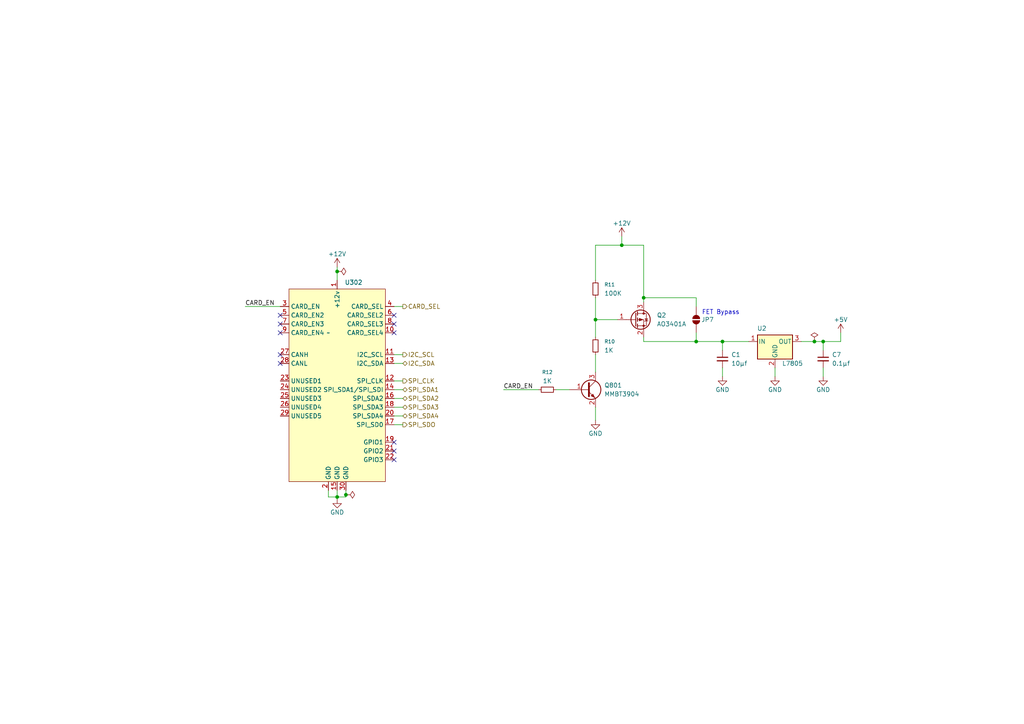
<source format=kicad_sch>
(kicad_sch (version 20250114) (generator "eeschema") (generator_version "9.0")
  (paper "A4")
  (lib_symbols
    (symbol "Device:C_Small" (pin_numbers (hide yes)) (pin_names (offset 0.254) (hide yes))
      (property "Reference" "C" (at 0.254 1.778 0))
      (property "Value" "C_Small" (at 0.254 -2.032 0))
      (symbol "C_Small_0_1"
        (polyline (pts (xy -1.524 0.508) (xy 1.524 0.508)) (stroke (width 0.3048)))
        (polyline (pts (xy -1.524 -0.508) (xy 1.524 -0.508)) (stroke (width 0.3302)))
      )
      (symbol "C_Small_1_1"
        (pin passive line (at 0 2.54 270) (length 2.032) (name "~") (number "1"))
        (pin passive line (at 0 -2.54 90) (length 2.032) (name "~") (number "2"))
      )
    )
    (symbol "Device:R_Small" (pin_numbers (hide yes)) (pin_names (offset 0.254) (hide yes))
      (property "Reference" "R" (at 0 0 90))
      (property "Value" "R_Small" (at 1.778 0 90))
      (symbol "R_Small_0_1"
        (rectangle (start -0.762 1.778) (end 0.762 -1.778) (stroke (width 0.2032)))
      )
      (symbol "R_Small_1_1"
        (pin passive line (at 0 2.54 270) (length 0.762) (name "~") (number "1"))
        (pin passive line (at 0 -2.54 90) (length 0.762) (name "~") (number "2"))
      )
    )
    (symbol "Jumper:SolderJumper_2_Open" (pin_numbers (hide yes)) (pin_names (offset 0) (hide yes)) (in_bom no)
      (property "Reference" "JP" (at 0 2.032 0))
      (property "Value" "SolderJumper_2_Open" (at 0 -2.54 0))
      (symbol "SolderJumper_2_Open_0_1"
        (polyline (pts (xy -0.254 1.016) (xy -0.254 -1.016)))
        (arc (start -0.254 -1.016) (mid -1.2656 0) (end -0.254 1.016))
        (arc (start -0.254 -1.016) (mid -1.2656 0) (end -0.254 1.016) (fill (type outline)))
        (arc (start 0.254 1.016) (mid 1.2656 0) (end 0.254 -1.016))
        (arc (start 0.254 1.016) (mid 1.2656 0) (end 0.254 -1.016) (fill (type outline)))
        (polyline (pts (xy 0.254 1.016) (xy 0.254 -1.016)))
      )
      (symbol "SolderJumper_2_Open_1_1"
        (pin passive line (at -3.81 0 0) (length 2.54) (name "A") (number "1"))
        (pin passive line (at 3.81 0 180) (length 2.54) (name "B") (number "2"))
      )
    )
    (symbol "KenwoodFox:KIT_CONNECTOR"
      (property "Reference" "U" (at 12.7 -41.91 0))
      (property "Value" "CARD ?" (at 10.16 16.51 0))
      (symbol "KIT_CONNECTOR_1_1"
        (rectangle (start -13.97 15.24) (end 13.97 -40.64) (fill (type background)))
        (pin unspecified line (at -16.51 10.16 0) (length 2.54) (name "CARD_EN") (number "3"))
        (pin unspecified line (at -16.51 7.62 0) (length 2.54) (name "CARD_EN2") (number "5"))
        (pin unspecified line (at -16.51 5.08 0) (length 2.54) (name "CARD_EN3") (number "7"))
        (pin unspecified line (at -16.51 2.54 0) (length 2.54) (name "CARD_EN4") (number "9"))
        (pin unspecified line (at -16.51 -3.81 0) (length 2.54) (name "CANH") (number "27"))
        (pin unspecified line (at -16.51 -6.35 0) (length 2.54) (name "CANL") (number "28"))
        (pin unspecified line (at -16.51 -11.43 0) (length 2.54) (name "UNUSED1") (number "23"))
        (pin unspecified line (at -16.51 -13.97 0) (length 2.54) (name "UNUSED2") (number "24"))
        (pin unspecified line (at -16.51 -16.51 0) (length 2.54) (name "UNUSED3") (number "25"))
        (pin unspecified line (at -16.51 -19.05 0) (length 2.54) (name "UNUSED4") (number "26"))
        (pin unspecified line (at -16.51 -21.59 0) (length 2.54) (name "UNUSED5") (number "29"))
        (pin power_out line (at -2.54 -43.18 90) (length 2.54) (name "GND") (number "2"))
        (pin power_out line (at 0 17.78 270) (length 2.54) (name "+12v") (number "1"))
        (pin power_out line (at 0 -43.18 90) (length 2.54) (name "GND") (number "15"))
        (pin power_out line (at 2.54 -43.18 90) (length 2.54) (name "GND") (number "30"))
        (pin unspecified line (at 16.51 10.16 180) (length 2.54) (name "CARD_SEL") (number "4"))
        (pin unspecified line (at 16.51 7.62 180) (length 2.54) (name "CARD_SEL2") (number "6"))
        (pin unspecified line (at 16.51 5.08 180) (length 2.54) (name "CARD_SEL3") (number "8"))
        (pin unspecified line (at 16.51 2.54 180) (length 2.54) (name "CARD_SEL4") (number "10"))
        (pin unspecified line (at 16.51 -3.81 180) (length 2.54) (name "I2C_SCL") (number "11"))
        (pin unspecified line (at 16.51 -6.35 180) (length 2.54) (name "I2C_SDA") (number "13"))
        (pin unspecified line (at 16.51 -11.43 180) (length 2.54) (name "SPI_CLK") (number "12"))
        (pin unspecified line (at 16.51 -13.97 180) (length 2.54) (name "SPI_SDA1/SPI_SDI") (number "14"))
        (pin unspecified line (at 16.51 -16.51 180) (length 2.54) (name "SPI_SDA2") (number "16"))
        (pin unspecified line (at 16.51 -19.05 180) (length 2.54) (name "SPI_SDA3") (number "18"))
        (pin unspecified line (at 16.51 -21.59 180) (length 2.54) (name "SPI_SDA4") (number "20"))
        (pin unspecified line (at 16.51 -24.13 180) (length 2.54) (name "SPI_SD0") (number "17"))
        (pin unspecified line (at 16.51 -29.21 180) (length 2.54) (name "GPIO1") (number "19"))
        (pin unspecified line (at 16.51 -31.75 180) (length 2.54) (name "GPIO2") (number "21"))
        (pin unspecified line (at 16.51 -34.29 180) (length 2.54) (name "GPIO3") (number "22"))
      )
    )
    (symbol "Regulator_Linear:L7805" (pin_names (offset 0.254))
      (property "Reference" "U" (at -3.81 3.175 0))
      (property "Value" "L7805" (at 0 3.175 0))
      (symbol "L7805_0_1"
        (rectangle (start -5.08 1.905) (end 5.08 -5.08) (stroke (width 0.254)) (fill (type background)))
      )
      (symbol "L7805_1_1"
        (pin power_in line (at -7.62 0 0) (length 2.54) (name "IN") (number "1"))
        (pin power_in line (at 0 -7.62 90) (length 2.54) (name "GND") (number "2"))
        (pin power_out line (at 7.62 0 180) (length 2.54) (name "OUT") (number "3"))
      )
    )
    (symbol "Transistor_BJT:MMBT3904" (pin_names (offset 0) (hide yes))
      (property "Reference" "Q" (at 5.08 1.905 0))
      (property "Value" "MMBT3904" (at 5.08 0 0))
      (symbol "MMBT3904_0_1"
        (polyline (pts (xy 0.635 1.905) (xy 0.635 -1.905) (xy 0.635 -1.905)) (stroke (width 0.508)))
        (polyline (pts (xy 0.635 0.635) (xy 2.54 2.54)))
        (polyline (pts (xy 0.635 -0.635) (xy 2.54 -2.54) (xy 2.54 -2.54)))
        (circle (center 1.27 0) (radius 2.8194) (stroke (width 0.254)))
        (polyline (pts (xy 1.27 -1.778) (xy 1.778 -1.27) (xy 2.286 -2.286) (xy 1.27 -1.778) (xy 1.27 -1.778)) (fill (type outline)))
      )
      (symbol "MMBT3904_1_1"
        (pin input line (at -5.08 0 0) (length 5.715) (name "B") (number "1"))
        (pin passive line (at 2.54 5.08 270) (length 2.54) (name "C") (number "3"))
        (pin passive line (at 2.54 -5.08 90) (length 2.54) (name "E") (number "2"))
      )
    )
    (symbol "Transistor_FET:AO3401A" (pin_names (hide yes))
      (property "Reference" "Q" (at 5.08 1.905 0))
      (property "Value" "AO3401A" (at 5.08 0 0))
      (symbol "AO3401A_0_1"
        (polyline (pts (xy 0.254 1.905) (xy 0.254 -1.905)) (stroke (width 0.254)))
        (polyline (pts (xy 0.254 0) (xy -2.54 0)))
        (polyline (pts (xy 0.762 2.286) (xy 0.762 1.27)) (stroke (width 0.254)))
        (polyline (pts (xy 0.762 1.778) (xy 3.302 1.778) (xy 3.302 -1.778) (xy 0.762 -1.778)))
        (polyline (pts (xy 0.762 0.508) (xy 0.762 -0.508)) (stroke (width 0.254)))
        (polyline (pts (xy 0.762 -1.27) (xy 0.762 -2.286)) (stroke (width 0.254)))
        (circle (center 1.651 0) (radius 2.794) (stroke (width 0.254)))
        (polyline (pts (xy 2.286 0) (xy 1.27 0.381) (xy 1.27 -0.381) (xy 2.286 0)) (fill (type outline)))
        (polyline (pts (xy 2.54 2.54) (xy 2.54 1.778)))
        (circle (center 2.54 1.778) (radius 0.254) (fill (type outline)))
        (circle (center 2.54 -1.778) (radius 0.254) (fill (type outline)))
        (polyline (pts (xy 2.54 -2.54) (xy 2.54 0) (xy 0.762 0)))
        (polyline (pts (xy 2.794 -0.508) (xy 2.921 -0.381) (xy 3.683 -0.381) (xy 3.81 -0.254)))
        (polyline (pts (xy 3.302 -0.381) (xy 2.921 0.254) (xy 3.683 0.254) (xy 3.302 -0.381)))
      )
      (symbol "AO3401A_1_1"
        (pin input line (at -5.08 0 0) (length 2.54) (name "G") (number "1"))
        (pin passive line (at 2.54 5.08 270) (length 2.54) (name "D") (number "3"))
        (pin passive line (at 2.54 -5.08 90) (length 2.54) (name "S") (number "2"))
      )
    )
    (symbol "power:+12V" (power) (pin_names (offset 0))
      (property "Value" "+12V" (at 0 3.556 0))
      (symbol "+12V_0_1"
        (polyline (pts (xy -0.762 1.27) (xy 0 2.54)))
        (polyline (pts (xy 0 2.54) (xy 0.762 1.27)))
        (polyline (pts (xy 0 0) (xy 0 2.54)))
      )
      (symbol "+12V_1_1"
        (pin power_in line (at 0 0 90) (length 0) (hide yes) (name "+12V") (number "1"))
      )
    )
    (symbol "power:+5V" (power) (pin_names (offset 0))
      (property "Value" "+5V" (at 0 3.556 0))
      (symbol "+5V_0_1"
        (polyline (pts (xy -0.762 1.27) (xy 0 2.54)))
        (polyline (pts (xy 0 2.54) (xy 0.762 1.27)))
        (polyline (pts (xy 0 0) (xy 0 2.54)))
      )
      (symbol "+5V_1_1"
        (pin power_in line (at 0 0 90) (length 0) (hide yes) (name "+5V") (number "1"))
      )
    )
    (symbol "power:GND" (power) (pin_names (offset 0))
      (property "Value" "GND" (at 0 -3.81 0))
      (symbol "GND_0_1"
        (polyline (pts (xy 0 0) (xy 0 -1.27) (xy 1.27 -1.27) (xy 0 -2.54) (xy -1.27 -1.27) (xy 0 -1.27)))
      )
      (symbol "GND_1_1"
        (pin power_in line (at 0 0 270) (length 0) (hide yes) (name "GND") (number "1"))
      )
    )
    (symbol "power:PWR_FLAG" (power) (pin_numbers (hide yes)) (pin_names (offset 0) (hide yes))
      (property "Value" "PWR_FLAG" (at 0 3.81 0))
      (symbol "PWR_FLAG_0_0"
        (pin power_out line (at 0 0 90) (length 0) (name "~") (number "1"))
      )
      (symbol "PWR_FLAG_0_1"
        (polyline (pts (xy 0 0) (xy 0 1.27) (xy -1.016 1.905) (xy 0 2.54) (xy 1.016 1.905) (xy 0 1.27)))
      )
    )
  )
  (text "FET Bypass" (at 209.042 90.678 0) (effects (font (size 1.27 1.27))))
  (junction (at 238.76 99.06))
  (junction (at 180.34 71.12))
  (junction (at 236.22 99.06))
  (junction (at 100.33 143.51))
  (junction (at 201.93 99.06))
  (junction (at 97.79 144.145))
  (junction (at 97.79 78.74))
  (junction (at 186.69 86.36))
  (junction (at 209.55 99.06))
  (junction (at 172.72 92.71))
  (no_connect (at 81.28 105.41))
  (no_connect (at 114.3 130.81))
  (no_connect (at 114.3 91.44))
  (no_connect (at 81.28 102.87))
  (no_connect (at 81.28 96.52))
  (no_connect (at 114.3 93.98))
  (no_connect (at 81.28 93.98))
  (no_connect (at 114.3 128.27))
  (no_connect (at 114.3 96.52))
  (no_connect (at 114.3 133.35))
  (no_connect (at 81.28 91.44))
  (wire (pts (xy 97.79 142.24) (xy 97.79 144.145)))
  (wire (pts (xy 146.05 113.03) (xy 156.21 113.03)))
  (wire (pts (xy 238.76 99.06) (xy 243.84 99.06)))
  (wire (pts (xy 180.34 71.12) (xy 186.69 71.12)))
  (wire (pts (xy 71.12 88.9) (xy 81.28 88.9)))
  (wire (pts (xy 201.93 88.9) (xy 201.93 86.36)))
  (wire (pts (xy 201.93 99.06) (xy 209.55 99.06)))
  (wire (pts (xy 224.79 106.68) (xy 224.79 109.22)))
  (wire (pts (xy 243.84 99.06) (xy 243.84 96.52)))
  (wire (pts (xy 114.3 115.57) (xy 116.84 115.57)))
  (wire (pts (xy 100.33 144.145) (xy 100.33 143.51)))
  (wire (pts (xy 232.41 99.06) (xy 236.22 99.06)))
  (wire (pts (xy 161.29 113.03) (xy 165.1 113.03)))
  (wire (pts (xy 97.79 144.145) (xy 95.25 144.145)))
  (wire (pts (xy 238.76 99.06) (xy 238.76 101.6)))
  (wire (pts (xy 114.3 102.87) (xy 116.84 102.87)))
  (wire (pts (xy 172.72 71.12) (xy 172.72 81.28)))
  (wire (pts (xy 97.79 78.74) (xy 97.79 81.28)))
  (wire (pts (xy 209.55 99.06) (xy 209.55 101.6)))
  (wire (pts (xy 114.3 120.65) (xy 116.84 120.65)))
  (wire (pts (xy 238.76 106.68) (xy 238.76 109.22)))
  (wire (pts (xy 201.93 99.06) (xy 186.69 99.06)))
  (wire (pts (xy 97.79 77.47) (xy 97.79 78.74)))
  (wire (pts (xy 209.55 99.06) (xy 217.17 99.06)))
  (wire (pts (xy 114.3 105.41) (xy 116.84 105.41)))
  (wire (pts (xy 180.34 71.12) (xy 172.72 71.12)))
  (wire (pts (xy 114.3 118.11) (xy 116.84 118.11)))
  (wire (pts (xy 209.55 106.68) (xy 209.55 109.22)))
  (wire (pts (xy 186.69 86.36) (xy 186.69 87.63)))
  (wire (pts (xy 172.72 86.36) (xy 172.72 92.71)))
  (wire (pts (xy 180.34 68.58) (xy 180.34 71.12)))
  (wire (pts (xy 114.3 113.03) (xy 116.84 113.03)))
  (wire (pts (xy 186.69 97.79) (xy 186.69 99.06)))
  (wire (pts (xy 97.79 144.145) (xy 100.33 144.145)))
  (wire (pts (xy 97.79 144.78) (xy 97.79 144.145)))
  (wire (pts (xy 116.84 88.9) (xy 114.3 88.9)))
  (wire (pts (xy 172.72 92.71) (xy 179.07 92.71)))
  (wire (pts (xy 186.69 71.12) (xy 186.69 86.36)))
  (wire (pts (xy 172.72 102.87) (xy 172.72 107.95)))
  (wire (pts (xy 114.3 110.49) (xy 116.84 110.49)))
  (wire (pts (xy 172.72 97.79) (xy 172.72 92.71)))
  (wire (pts (xy 100.33 143.51) (xy 100.33 142.24)))
  (wire (pts (xy 95.25 142.24) (xy 95.25 144.145)))
  (wire (pts (xy 201.93 96.52) (xy 201.93 99.06)))
  (wire (pts (xy 172.72 118.11) (xy 172.72 121.92)))
  (wire (pts (xy 114.3 123.19) (xy 116.84 123.19)))
  (wire (pts (xy 236.22 99.06) (xy 238.76 99.06)))
  (wire (pts (xy 201.93 86.36) (xy 186.69 86.36)))
  (label "CARD_EN" (at 71.12 88.9 0))
  (label "CARD_EN" (at 146.05 113.03 0))
  (hierarchical_label "SPI_SDA3" (shape bidirectional) (at 116.84 118.11 0))
  (hierarchical_label "SPI_SDA2" (shape bidirectional) (at 116.84 115.57 0))
  (hierarchical_label "SPI_SDA1" (shape bidirectional) (at 116.84 113.03 0))
  (hierarchical_label "SPI_SDA4" (shape bidirectional) (at 116.84 120.65 0))
  (hierarchical_label "I2C_SDA" (shape bidirectional) (at 116.84 105.41 0))
  (hierarchical_label "SPI_CLK" (shape output) (at 116.84 110.49 0))
  (hierarchical_label "I2C_SCL" (shape output) (at 116.84 102.87 0))
  (hierarchical_label "SPI_SDO" (shape output) (at 116.84 123.19 0))
  (hierarchical_label "CARD_SEL" (shape output) (at 116.84 88.9 0))
  (symbol (lib_id "power:+12V") (at 97.79 77.47 0) (unit 1)
    (property "Reference" "#PWR0308" (effects (hide yes)))
    (property "Value" "+12V" (at 97.79 73.66 0))
    (instances (project "FennecModem" (path "" (reference "#PWR0308") (unit 1))) (project "BackPlane" (path "" (reference "#PWR0105") (unit 1))))
  )
  (symbol (lib_id "power:GND") (at 97.79 144.78 0) (unit 1)
    (property "Reference" "#PWR0307" (effects (hide yes)))
    (property "Value" "GND" (at 97.79 148.59 0))
    (instances (project "FennecModem" (path "" (reference "#PWR0307") (unit 1))) (project "BackPlane" (path "" (reference "#PWR0111") (unit 1))))
  )
  (symbol (lib_id "Device:C_Small") (at 238.76 104.14 0) (unit 1)
    (property "Reference" "C7" (at 241.3 102.8762 0) (effects (justify left)))
    (property "Value" "0.1μf" (at 241.3 105.4162 0) (effects (justify left)))
    (property "Footprint" "Capacitor_SMD:C_0805_2012Metric" (effects (hide yes)))
  )
  (symbol (lib_id "Device:R_Small") (at 172.72 100.33 180) (unit 1)
    (property "Reference" "R10" (at 175.26 99.0599 0) (effects (font (size 1.016 1.016)) (justify right)))
    (property "Value" "1K" (at 175.26 101.5999 0) (effects (justify right)))
    (property "Footprint" "Resistor_SMD:R_0805_2012Metric" (effects (hide yes)))
    (property "Description" "Resistor, small symbol" (effects (hide yes)))
  )
  (symbol (lib_id "Device:R_Small") (at 158.75 113.03 270) (unit 1)
    (property "Reference" "R12" (at 158.75 107.95 90) (effects (font (size 1.016 1.016))))
    (property "Value" "1K" (at 158.75 110.49 90))
    (property "Footprint" "Resistor_SMD:R_0805_2012Metric" (effects (hide yes)))
    (property "Description" "Resistor, small symbol" (effects (hide yes)))
  )
  (symbol (lib_id "KenwoodFox:KIT_CONNECTOR") (at 97.79 99.06 0) (unit 1)
    (property "Reference" "U302" (at 99.9841 81.915 0) (effects (justify left)))
    (property "Value" "~" (at 95.25 96.52 0))
    (property "Footprint" "KenwoodFox:Lewis_Card_Connector" (effects (hide yes)))
  )
  (symbol (lib_id "power:GND") (at 172.72 121.92 0) (unit 1)
    (property "Reference" "#PWR024" (effects (hide yes)))
    (property "Value" "GND" (at 172.72 125.73 0))
  )
  (symbol (lib_id "power:+5V") (at 243.84 96.52 0) (unit 1)
    (property "Reference" "#PWR0205" (effects (hide yes)))
    (property "Value" "+5V" (at 243.84 92.71 0))
  )
  (symbol (lib_id "power:PWR_FLAG") (at 97.79 78.74 270) (unit 1)
    (property "Reference" "#FLG0202" (effects (hide yes)))
    (property "Value" "PWR_FLAG" (effects (hide yes)))
  )
  (symbol (lib_id "Transistor_FET:AO3401A") (at 184.15 92.71 0) (unit 1)
    (property "Reference" "Q2" (at 190.5 91.4399 0) (effects (justify left)))
    (property "Value" "AO3401A" (at 190.5 93.9799 0) (effects (justify left)))
    (property "Footprint" "Package_TO_SOT_SMD:SOT-23" (effects (hide yes)))
    (property "Datasheet" "http://www.aosmd.com/pdfs/datasheet/AO3401A.pdf" (effects (hide yes)))
    (property "Description" "-4.0A Id, -30V Vds, P-Channel MOSFET, SOT-23" (effects (hide yes)))
    (property "LCSC#" "C15127" (effects (hide yes)))
  )
  (symbol (lib_id "Device:R_Small") (at 172.72 83.82 180) (unit 1)
    (property "Reference" "R11" (at 175.26 82.5499 0) (effects (font (size 1.016 1.016)) (justify right)))
    (property "Value" "100K" (at 175.26 85.0899 0) (effects (justify right)))
    (property "Footprint" "Resistor_SMD:R_0805_2012Metric" (effects (hide yes)))
    (property "Description" "Resistor, small symbol" (effects (hide yes)))
  )
  (symbol (lib_id "power:GND") (at 224.79 109.22 0) (unit 1)
    (property "Reference" "#PWR0203" (effects (hide yes)))
    (property "Value" "GND" (at 224.79 113.03 0))
  )
  (symbol (lib_id "power:GND") (at 238.76 109.22 0) (unit 1)
    (property "Reference" "#PWR0204" (effects (hide yes)))
    (property "Value" "GND" (at 238.76 113.03 0))
  )
  (symbol (lib_id "power:PWR_FLAG") (at 236.22 99.06 0) (unit 1)
    (property "Reference" "#FLG03" (effects (hide yes)))
    (property "Value" "PWR_FLAG" (effects (hide yes)))
  )
  (symbol (lib_id "Regulator_Linear:L7805") (at 224.79 99.06 0) (unit 1)
    (property "Reference" "U2" (at 220.98 95.25 0))
    (property "Value" "L7805" (at 229.87 105.41 0))
    (property "Footprint" "Package_TO_SOT_THT:TO-220-3_Horizontal_TabDown" (effects (hide yes)))
    (property "Datasheet" "http://www.st.com/content/ccc/resource/technical/document/datasheet/41/4f/b3/b0/12/d4/47/88/CD00000444.pdf/files/CD00000444.pdf/jcr:content/translations/en.CD00000444.pdf" (effects (hide yes)))
  )
  (symbol (lib_id "Device:C_Small") (at 209.55 104.14 0) (unit 1)
    (property "Reference" "C1" (at 212.09 102.8762 0) (effects (justify left)))
    (property "Value" "10μf" (at 212.09 105.4162 0) (effects (justify left)))
    (property "Footprint" "Capacitor_SMD:C_0805_2012Metric" (effects (hide yes)))
  )
  (symbol (lib_id "power:+12V") (at 180.34 68.58 0) (unit 1)
    (property "Reference" "#PWR0304" (effects (hide yes)))
    (property "Value" "+12V" (at 180.34 64.77 0))
  )
  (symbol (lib_id "power:GND") (at 209.55 109.22 0) (unit 1)
    (property "Reference" "#PWR0202" (effects (hide yes)))
    (property "Value" "GND" (at 209.55 113.03 0))
  )
  (symbol (lib_id "power:PWR_FLAG") (at 100.33 143.51 270) (unit 1)
    (property "Reference" "#FLG0201" (effects (hide yes)))
  )
  (symbol (lib_id "Transistor_BJT:MMBT3904") (at 170.18 113.03 0) (unit 1)
    (property "Reference" "Q801" (at 175.26 111.7599 0) (effects (justify left)))
    (property "Value" "MMBT3904" (at 175.26 114.2999 0) (effects (justify left)))
    (property "Footprint" "Package_TO_SOT_SMD:SOT-23" (effects (hide yes)))
    (property "Datasheet" "https://www.onsemi.com/pub/Collateral/2N3903-D.PDF" (effects (hide yes)))
  )
  (symbol (lib_id "Jumper:SolderJumper_2_Open") (at 201.93 92.71 270) (unit 1) (in_bom no)
    (property "Reference" "JP7" (at 205.232 92.71 90))
    (property "Value" "SolderJumper_2_Open" (effects (hide yes)))
    (property "Footprint" "Jumper:SolderJumper-2_P1.3mm_Open_TrianglePad1.0x1.5mm" (effects (hide yes)))
    (property "Description" "Solder Jumper, 2-pole, open" (effects (hide yes)))
  )
)
</source>
